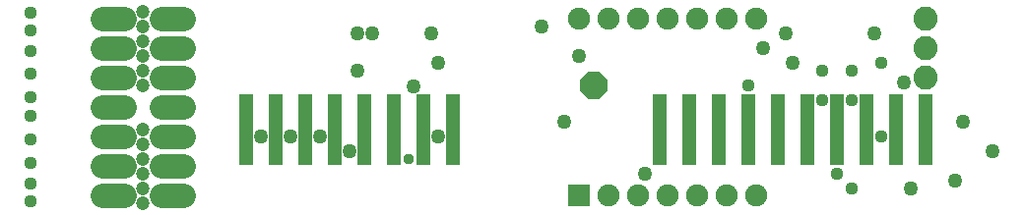
<source format=gbr>
G04 EAGLE Gerber RS-274X export*
G75*
%MOMM*%
%FSLAX34Y34*%
%LPD*%
%INSoldermask Bottom*%
%IPPOS*%
%AMOC8*
5,1,8,0,0,1.08239X$1,22.5*%
G01*
%ADD10C,1.203200*%
%ADD11C,2.082800*%
%ADD12R,1.903200X1.903200*%
%ADD13C,1.903200*%
%ADD14C,2.082800*%
%ADD15P,2.556822X8X22.500000*%
%ADD16R,1.203200X6.203200*%
%ADD17R,1.223200X6.203200*%
%ADD18C,1.259600*%
%ADD19C,1.109600*%
%ADD20C,0.959600*%


D10*
X114300Y146050D03*
X114300Y133350D03*
X114300Y171450D03*
X114300Y158750D03*
X114300Y19050D03*
X114300Y6350D03*
X114300Y31750D03*
X114300Y44450D03*
X114300Y57150D03*
X114300Y69850D03*
X114300Y120650D03*
X114300Y107950D03*
D11*
X787400Y165100D03*
X787400Y139700D03*
X787400Y114300D03*
D12*
X488950Y12700D03*
D13*
X514350Y12700D03*
X539750Y12700D03*
X565150Y12700D03*
X590550Y12700D03*
X615950Y12700D03*
X641350Y12700D03*
X641350Y165100D03*
X615950Y165100D03*
X590550Y165100D03*
X565150Y165100D03*
X539750Y165100D03*
X514350Y165100D03*
X488950Y165100D03*
D14*
X98298Y165100D02*
X79502Y165100D01*
X79502Y139700D02*
X98298Y139700D01*
X98298Y114300D02*
X79502Y114300D01*
X79502Y88900D02*
X98298Y88900D01*
X98298Y63500D02*
X79502Y63500D01*
X79502Y38100D02*
X98298Y38100D01*
X98298Y12700D02*
X79502Y12700D01*
X130302Y165100D02*
X149098Y165100D01*
X149098Y139700D02*
X130302Y139700D01*
X130302Y114300D02*
X149098Y114300D01*
X149098Y88900D02*
X130302Y88900D01*
X130302Y63500D02*
X149098Y63500D01*
X149098Y38100D02*
X130302Y38100D01*
X130302Y12700D02*
X149098Y12700D01*
D15*
X501650Y107950D03*
D16*
X203200Y69840D03*
X254000Y69840D03*
X279400Y69860D03*
X304800Y69840D03*
X330200Y69860D03*
X355600Y69840D03*
X381000Y69860D03*
X228600Y69840D03*
D17*
X558800Y69850D03*
X584200Y69850D03*
X609600Y69850D03*
X635000Y69850D03*
X660400Y69850D03*
X685800Y69850D03*
X711200Y69850D03*
X736600Y69850D03*
X762000Y69850D03*
X787400Y69850D03*
D18*
X346710Y107034D03*
D19*
X17780Y154940D03*
X17780Y137160D03*
X17780Y118110D03*
X17780Y97790D03*
X17780Y81280D03*
X17780Y60960D03*
X17780Y40640D03*
X17780Y22860D03*
X17780Y7620D03*
X17780Y170180D03*
D18*
X298450Y120650D03*
X298450Y152400D03*
X292100Y50800D03*
X368300Y63500D03*
X311150Y152400D03*
X241300Y63500D03*
X215900Y63500D03*
X266700Y63500D03*
X812800Y25400D03*
X361950Y152400D03*
X457200Y158750D03*
X368300Y127000D03*
X488950Y133350D03*
X476250Y76200D03*
X647700Y139700D03*
X742950Y152400D03*
X673100Y127000D03*
X819150Y76200D03*
X844550Y50800D03*
X666750Y152400D03*
D19*
X749300Y127000D03*
X698500Y95250D03*
X723900Y95250D03*
X723900Y120650D03*
X698500Y120650D03*
X723900Y19050D03*
D18*
X768350Y110490D03*
X546100Y31750D03*
X774700Y19050D03*
D19*
X635000Y107950D03*
X749300Y63500D03*
X711200Y31750D03*
D20*
X342900Y44450D03*
M02*

</source>
